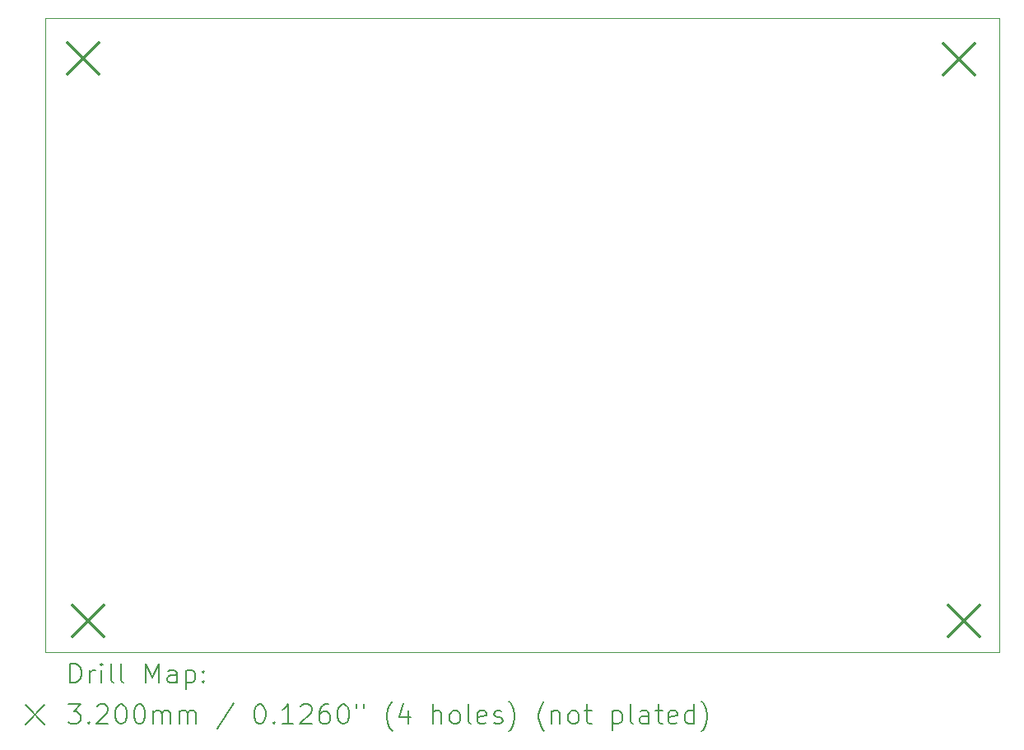
<source format=gbr>
%TF.GenerationSoftware,KiCad,Pcbnew,8.0.8*%
%TF.CreationDate,2025-08-26T11:44:20+12:00*%
%TF.ProjectId,esfgrid_ckt_Multi,65736667-7269-4645-9f63-6b745f4d756c,rev?*%
%TF.SameCoordinates,Original*%
%TF.FileFunction,Drillmap*%
%TF.FilePolarity,Positive*%
%FSLAX45Y45*%
G04 Gerber Fmt 4.5, Leading zero omitted, Abs format (unit mm)*
G04 Created by KiCad (PCBNEW 8.0.8) date 2025-08-26 11:44:20*
%MOMM*%
%LPD*%
G01*
G04 APERTURE LIST*
%ADD10C,0.050000*%
%ADD11C,0.200000*%
%ADD12C,0.320000*%
G04 APERTURE END LIST*
D10*
X16212296Y-4264999D02*
X26029296Y-4264999D01*
X26029296Y-10800000D01*
X16212296Y-10800000D01*
X16212296Y-4264999D01*
D11*
D12*
X16445760Y-4527000D02*
X16765760Y-4847000D01*
X16765760Y-4527000D02*
X16445760Y-4847000D01*
X16496760Y-10313000D02*
X16816760Y-10633000D01*
X16816760Y-10313000D02*
X16496760Y-10633000D01*
X25455760Y-4530000D02*
X25775760Y-4850000D01*
X25775760Y-4530000D02*
X25455760Y-4850000D01*
X25506760Y-10316000D02*
X25826760Y-10636000D01*
X25826760Y-10316000D02*
X25506760Y-10636000D01*
D11*
X16470573Y-11113984D02*
X16470573Y-10913984D01*
X16470573Y-10913984D02*
X16518192Y-10913984D01*
X16518192Y-10913984D02*
X16546763Y-10923508D01*
X16546763Y-10923508D02*
X16565811Y-10942555D01*
X16565811Y-10942555D02*
X16575335Y-10961603D01*
X16575335Y-10961603D02*
X16584858Y-10999698D01*
X16584858Y-10999698D02*
X16584858Y-11028270D01*
X16584858Y-11028270D02*
X16575335Y-11066365D01*
X16575335Y-11066365D02*
X16565811Y-11085412D01*
X16565811Y-11085412D02*
X16546763Y-11104460D01*
X16546763Y-11104460D02*
X16518192Y-11113984D01*
X16518192Y-11113984D02*
X16470573Y-11113984D01*
X16670573Y-11113984D02*
X16670573Y-10980650D01*
X16670573Y-11018746D02*
X16680097Y-10999698D01*
X16680097Y-10999698D02*
X16689620Y-10990174D01*
X16689620Y-10990174D02*
X16708668Y-10980650D01*
X16708668Y-10980650D02*
X16727716Y-10980650D01*
X16794382Y-11113984D02*
X16794382Y-10980650D01*
X16794382Y-10913984D02*
X16784859Y-10923508D01*
X16784859Y-10923508D02*
X16794382Y-10933031D01*
X16794382Y-10933031D02*
X16803906Y-10923508D01*
X16803906Y-10923508D02*
X16794382Y-10913984D01*
X16794382Y-10913984D02*
X16794382Y-10933031D01*
X16918192Y-11113984D02*
X16899144Y-11104460D01*
X16899144Y-11104460D02*
X16889620Y-11085412D01*
X16889620Y-11085412D02*
X16889620Y-10913984D01*
X17022954Y-11113984D02*
X17003906Y-11104460D01*
X17003906Y-11104460D02*
X16994382Y-11085412D01*
X16994382Y-11085412D02*
X16994382Y-10913984D01*
X17251525Y-11113984D02*
X17251525Y-10913984D01*
X17251525Y-10913984D02*
X17318192Y-11056841D01*
X17318192Y-11056841D02*
X17384859Y-10913984D01*
X17384859Y-10913984D02*
X17384859Y-11113984D01*
X17565811Y-11113984D02*
X17565811Y-11009222D01*
X17565811Y-11009222D02*
X17556287Y-10990174D01*
X17556287Y-10990174D02*
X17537240Y-10980650D01*
X17537240Y-10980650D02*
X17499144Y-10980650D01*
X17499144Y-10980650D02*
X17480097Y-10990174D01*
X17565811Y-11104460D02*
X17546763Y-11113984D01*
X17546763Y-11113984D02*
X17499144Y-11113984D01*
X17499144Y-11113984D02*
X17480097Y-11104460D01*
X17480097Y-11104460D02*
X17470573Y-11085412D01*
X17470573Y-11085412D02*
X17470573Y-11066365D01*
X17470573Y-11066365D02*
X17480097Y-11047317D01*
X17480097Y-11047317D02*
X17499144Y-11037793D01*
X17499144Y-11037793D02*
X17546763Y-11037793D01*
X17546763Y-11037793D02*
X17565811Y-11028270D01*
X17661049Y-10980650D02*
X17661049Y-11180650D01*
X17661049Y-10990174D02*
X17680097Y-10980650D01*
X17680097Y-10980650D02*
X17718192Y-10980650D01*
X17718192Y-10980650D02*
X17737240Y-10990174D01*
X17737240Y-10990174D02*
X17746763Y-10999698D01*
X17746763Y-10999698D02*
X17756287Y-11018746D01*
X17756287Y-11018746D02*
X17756287Y-11075889D01*
X17756287Y-11075889D02*
X17746763Y-11094936D01*
X17746763Y-11094936D02*
X17737240Y-11104460D01*
X17737240Y-11104460D02*
X17718192Y-11113984D01*
X17718192Y-11113984D02*
X17680097Y-11113984D01*
X17680097Y-11113984D02*
X17661049Y-11104460D01*
X17842001Y-11094936D02*
X17851525Y-11104460D01*
X17851525Y-11104460D02*
X17842001Y-11113984D01*
X17842001Y-11113984D02*
X17832478Y-11104460D01*
X17832478Y-11104460D02*
X17842001Y-11094936D01*
X17842001Y-11094936D02*
X17842001Y-11113984D01*
X17842001Y-10990174D02*
X17851525Y-10999698D01*
X17851525Y-10999698D02*
X17842001Y-11009222D01*
X17842001Y-11009222D02*
X17832478Y-10999698D01*
X17832478Y-10999698D02*
X17842001Y-10990174D01*
X17842001Y-10990174D02*
X17842001Y-11009222D01*
X16009796Y-11342500D02*
X16209796Y-11542500D01*
X16209796Y-11342500D02*
X16009796Y-11542500D01*
X16451525Y-11333984D02*
X16575335Y-11333984D01*
X16575335Y-11333984D02*
X16508668Y-11410174D01*
X16508668Y-11410174D02*
X16537239Y-11410174D01*
X16537239Y-11410174D02*
X16556287Y-11419698D01*
X16556287Y-11419698D02*
X16565811Y-11429222D01*
X16565811Y-11429222D02*
X16575335Y-11448269D01*
X16575335Y-11448269D02*
X16575335Y-11495888D01*
X16575335Y-11495888D02*
X16565811Y-11514936D01*
X16565811Y-11514936D02*
X16556287Y-11524460D01*
X16556287Y-11524460D02*
X16537239Y-11533984D01*
X16537239Y-11533984D02*
X16480097Y-11533984D01*
X16480097Y-11533984D02*
X16461049Y-11524460D01*
X16461049Y-11524460D02*
X16451525Y-11514936D01*
X16661049Y-11514936D02*
X16670573Y-11524460D01*
X16670573Y-11524460D02*
X16661049Y-11533984D01*
X16661049Y-11533984D02*
X16651525Y-11524460D01*
X16651525Y-11524460D02*
X16661049Y-11514936D01*
X16661049Y-11514936D02*
X16661049Y-11533984D01*
X16746763Y-11353031D02*
X16756287Y-11343508D01*
X16756287Y-11343508D02*
X16775335Y-11333984D01*
X16775335Y-11333984D02*
X16822954Y-11333984D01*
X16822954Y-11333984D02*
X16842001Y-11343508D01*
X16842001Y-11343508D02*
X16851525Y-11353031D01*
X16851525Y-11353031D02*
X16861049Y-11372079D01*
X16861049Y-11372079D02*
X16861049Y-11391127D01*
X16861049Y-11391127D02*
X16851525Y-11419698D01*
X16851525Y-11419698D02*
X16737239Y-11533984D01*
X16737239Y-11533984D02*
X16861049Y-11533984D01*
X16984859Y-11333984D02*
X17003906Y-11333984D01*
X17003906Y-11333984D02*
X17022954Y-11343508D01*
X17022954Y-11343508D02*
X17032478Y-11353031D01*
X17032478Y-11353031D02*
X17042001Y-11372079D01*
X17042001Y-11372079D02*
X17051525Y-11410174D01*
X17051525Y-11410174D02*
X17051525Y-11457793D01*
X17051525Y-11457793D02*
X17042001Y-11495888D01*
X17042001Y-11495888D02*
X17032478Y-11514936D01*
X17032478Y-11514936D02*
X17022954Y-11524460D01*
X17022954Y-11524460D02*
X17003906Y-11533984D01*
X17003906Y-11533984D02*
X16984859Y-11533984D01*
X16984859Y-11533984D02*
X16965811Y-11524460D01*
X16965811Y-11524460D02*
X16956287Y-11514936D01*
X16956287Y-11514936D02*
X16946763Y-11495888D01*
X16946763Y-11495888D02*
X16937240Y-11457793D01*
X16937240Y-11457793D02*
X16937240Y-11410174D01*
X16937240Y-11410174D02*
X16946763Y-11372079D01*
X16946763Y-11372079D02*
X16956287Y-11353031D01*
X16956287Y-11353031D02*
X16965811Y-11343508D01*
X16965811Y-11343508D02*
X16984859Y-11333984D01*
X17175335Y-11333984D02*
X17194382Y-11333984D01*
X17194382Y-11333984D02*
X17213430Y-11343508D01*
X17213430Y-11343508D02*
X17222954Y-11353031D01*
X17222954Y-11353031D02*
X17232478Y-11372079D01*
X17232478Y-11372079D02*
X17242001Y-11410174D01*
X17242001Y-11410174D02*
X17242001Y-11457793D01*
X17242001Y-11457793D02*
X17232478Y-11495888D01*
X17232478Y-11495888D02*
X17222954Y-11514936D01*
X17222954Y-11514936D02*
X17213430Y-11524460D01*
X17213430Y-11524460D02*
X17194382Y-11533984D01*
X17194382Y-11533984D02*
X17175335Y-11533984D01*
X17175335Y-11533984D02*
X17156287Y-11524460D01*
X17156287Y-11524460D02*
X17146763Y-11514936D01*
X17146763Y-11514936D02*
X17137240Y-11495888D01*
X17137240Y-11495888D02*
X17127716Y-11457793D01*
X17127716Y-11457793D02*
X17127716Y-11410174D01*
X17127716Y-11410174D02*
X17137240Y-11372079D01*
X17137240Y-11372079D02*
X17146763Y-11353031D01*
X17146763Y-11353031D02*
X17156287Y-11343508D01*
X17156287Y-11343508D02*
X17175335Y-11333984D01*
X17327716Y-11533984D02*
X17327716Y-11400650D01*
X17327716Y-11419698D02*
X17337240Y-11410174D01*
X17337240Y-11410174D02*
X17356287Y-11400650D01*
X17356287Y-11400650D02*
X17384859Y-11400650D01*
X17384859Y-11400650D02*
X17403906Y-11410174D01*
X17403906Y-11410174D02*
X17413430Y-11429222D01*
X17413430Y-11429222D02*
X17413430Y-11533984D01*
X17413430Y-11429222D02*
X17422954Y-11410174D01*
X17422954Y-11410174D02*
X17442001Y-11400650D01*
X17442001Y-11400650D02*
X17470573Y-11400650D01*
X17470573Y-11400650D02*
X17489621Y-11410174D01*
X17489621Y-11410174D02*
X17499144Y-11429222D01*
X17499144Y-11429222D02*
X17499144Y-11533984D01*
X17594382Y-11533984D02*
X17594382Y-11400650D01*
X17594382Y-11419698D02*
X17603906Y-11410174D01*
X17603906Y-11410174D02*
X17622954Y-11400650D01*
X17622954Y-11400650D02*
X17651525Y-11400650D01*
X17651525Y-11400650D02*
X17670573Y-11410174D01*
X17670573Y-11410174D02*
X17680097Y-11429222D01*
X17680097Y-11429222D02*
X17680097Y-11533984D01*
X17680097Y-11429222D02*
X17689621Y-11410174D01*
X17689621Y-11410174D02*
X17708668Y-11400650D01*
X17708668Y-11400650D02*
X17737240Y-11400650D01*
X17737240Y-11400650D02*
X17756287Y-11410174D01*
X17756287Y-11410174D02*
X17765811Y-11429222D01*
X17765811Y-11429222D02*
X17765811Y-11533984D01*
X18156287Y-11324460D02*
X17984859Y-11581603D01*
X18413430Y-11333984D02*
X18432478Y-11333984D01*
X18432478Y-11333984D02*
X18451525Y-11343508D01*
X18451525Y-11343508D02*
X18461049Y-11353031D01*
X18461049Y-11353031D02*
X18470573Y-11372079D01*
X18470573Y-11372079D02*
X18480097Y-11410174D01*
X18480097Y-11410174D02*
X18480097Y-11457793D01*
X18480097Y-11457793D02*
X18470573Y-11495888D01*
X18470573Y-11495888D02*
X18461049Y-11514936D01*
X18461049Y-11514936D02*
X18451525Y-11524460D01*
X18451525Y-11524460D02*
X18432478Y-11533984D01*
X18432478Y-11533984D02*
X18413430Y-11533984D01*
X18413430Y-11533984D02*
X18394383Y-11524460D01*
X18394383Y-11524460D02*
X18384859Y-11514936D01*
X18384859Y-11514936D02*
X18375335Y-11495888D01*
X18375335Y-11495888D02*
X18365811Y-11457793D01*
X18365811Y-11457793D02*
X18365811Y-11410174D01*
X18365811Y-11410174D02*
X18375335Y-11372079D01*
X18375335Y-11372079D02*
X18384859Y-11353031D01*
X18384859Y-11353031D02*
X18394383Y-11343508D01*
X18394383Y-11343508D02*
X18413430Y-11333984D01*
X18565811Y-11514936D02*
X18575335Y-11524460D01*
X18575335Y-11524460D02*
X18565811Y-11533984D01*
X18565811Y-11533984D02*
X18556287Y-11524460D01*
X18556287Y-11524460D02*
X18565811Y-11514936D01*
X18565811Y-11514936D02*
X18565811Y-11533984D01*
X18765811Y-11533984D02*
X18651525Y-11533984D01*
X18708668Y-11533984D02*
X18708668Y-11333984D01*
X18708668Y-11333984D02*
X18689621Y-11362555D01*
X18689621Y-11362555D02*
X18670573Y-11381603D01*
X18670573Y-11381603D02*
X18651525Y-11391127D01*
X18842002Y-11353031D02*
X18851525Y-11343508D01*
X18851525Y-11343508D02*
X18870573Y-11333984D01*
X18870573Y-11333984D02*
X18918192Y-11333984D01*
X18918192Y-11333984D02*
X18937240Y-11343508D01*
X18937240Y-11343508D02*
X18946764Y-11353031D01*
X18946764Y-11353031D02*
X18956287Y-11372079D01*
X18956287Y-11372079D02*
X18956287Y-11391127D01*
X18956287Y-11391127D02*
X18946764Y-11419698D01*
X18946764Y-11419698D02*
X18832478Y-11533984D01*
X18832478Y-11533984D02*
X18956287Y-11533984D01*
X19127716Y-11333984D02*
X19089621Y-11333984D01*
X19089621Y-11333984D02*
X19070573Y-11343508D01*
X19070573Y-11343508D02*
X19061049Y-11353031D01*
X19061049Y-11353031D02*
X19042002Y-11381603D01*
X19042002Y-11381603D02*
X19032478Y-11419698D01*
X19032478Y-11419698D02*
X19032478Y-11495888D01*
X19032478Y-11495888D02*
X19042002Y-11514936D01*
X19042002Y-11514936D02*
X19051525Y-11524460D01*
X19051525Y-11524460D02*
X19070573Y-11533984D01*
X19070573Y-11533984D02*
X19108668Y-11533984D01*
X19108668Y-11533984D02*
X19127716Y-11524460D01*
X19127716Y-11524460D02*
X19137240Y-11514936D01*
X19137240Y-11514936D02*
X19146764Y-11495888D01*
X19146764Y-11495888D02*
X19146764Y-11448269D01*
X19146764Y-11448269D02*
X19137240Y-11429222D01*
X19137240Y-11429222D02*
X19127716Y-11419698D01*
X19127716Y-11419698D02*
X19108668Y-11410174D01*
X19108668Y-11410174D02*
X19070573Y-11410174D01*
X19070573Y-11410174D02*
X19051525Y-11419698D01*
X19051525Y-11419698D02*
X19042002Y-11429222D01*
X19042002Y-11429222D02*
X19032478Y-11448269D01*
X19270573Y-11333984D02*
X19289621Y-11333984D01*
X19289621Y-11333984D02*
X19308668Y-11343508D01*
X19308668Y-11343508D02*
X19318192Y-11353031D01*
X19318192Y-11353031D02*
X19327716Y-11372079D01*
X19327716Y-11372079D02*
X19337240Y-11410174D01*
X19337240Y-11410174D02*
X19337240Y-11457793D01*
X19337240Y-11457793D02*
X19327716Y-11495888D01*
X19327716Y-11495888D02*
X19318192Y-11514936D01*
X19318192Y-11514936D02*
X19308668Y-11524460D01*
X19308668Y-11524460D02*
X19289621Y-11533984D01*
X19289621Y-11533984D02*
X19270573Y-11533984D01*
X19270573Y-11533984D02*
X19251525Y-11524460D01*
X19251525Y-11524460D02*
X19242002Y-11514936D01*
X19242002Y-11514936D02*
X19232478Y-11495888D01*
X19232478Y-11495888D02*
X19222954Y-11457793D01*
X19222954Y-11457793D02*
X19222954Y-11410174D01*
X19222954Y-11410174D02*
X19232478Y-11372079D01*
X19232478Y-11372079D02*
X19242002Y-11353031D01*
X19242002Y-11353031D02*
X19251525Y-11343508D01*
X19251525Y-11343508D02*
X19270573Y-11333984D01*
X19413430Y-11333984D02*
X19413430Y-11372079D01*
X19489621Y-11333984D02*
X19489621Y-11372079D01*
X19784859Y-11610174D02*
X19775335Y-11600650D01*
X19775335Y-11600650D02*
X19756287Y-11572079D01*
X19756287Y-11572079D02*
X19746764Y-11553031D01*
X19746764Y-11553031D02*
X19737240Y-11524460D01*
X19737240Y-11524460D02*
X19727716Y-11476841D01*
X19727716Y-11476841D02*
X19727716Y-11438746D01*
X19727716Y-11438746D02*
X19737240Y-11391127D01*
X19737240Y-11391127D02*
X19746764Y-11362555D01*
X19746764Y-11362555D02*
X19756287Y-11343508D01*
X19756287Y-11343508D02*
X19775335Y-11314936D01*
X19775335Y-11314936D02*
X19784859Y-11305412D01*
X19946764Y-11400650D02*
X19946764Y-11533984D01*
X19899145Y-11324460D02*
X19851526Y-11467317D01*
X19851526Y-11467317D02*
X19975335Y-11467317D01*
X20203907Y-11533984D02*
X20203907Y-11333984D01*
X20289621Y-11533984D02*
X20289621Y-11429222D01*
X20289621Y-11429222D02*
X20280097Y-11410174D01*
X20280097Y-11410174D02*
X20261049Y-11400650D01*
X20261049Y-11400650D02*
X20232478Y-11400650D01*
X20232478Y-11400650D02*
X20213430Y-11410174D01*
X20213430Y-11410174D02*
X20203907Y-11419698D01*
X20413430Y-11533984D02*
X20394383Y-11524460D01*
X20394383Y-11524460D02*
X20384859Y-11514936D01*
X20384859Y-11514936D02*
X20375335Y-11495888D01*
X20375335Y-11495888D02*
X20375335Y-11438746D01*
X20375335Y-11438746D02*
X20384859Y-11419698D01*
X20384859Y-11419698D02*
X20394383Y-11410174D01*
X20394383Y-11410174D02*
X20413430Y-11400650D01*
X20413430Y-11400650D02*
X20442002Y-11400650D01*
X20442002Y-11400650D02*
X20461049Y-11410174D01*
X20461049Y-11410174D02*
X20470573Y-11419698D01*
X20470573Y-11419698D02*
X20480097Y-11438746D01*
X20480097Y-11438746D02*
X20480097Y-11495888D01*
X20480097Y-11495888D02*
X20470573Y-11514936D01*
X20470573Y-11514936D02*
X20461049Y-11524460D01*
X20461049Y-11524460D02*
X20442002Y-11533984D01*
X20442002Y-11533984D02*
X20413430Y-11533984D01*
X20594383Y-11533984D02*
X20575335Y-11524460D01*
X20575335Y-11524460D02*
X20565811Y-11505412D01*
X20565811Y-11505412D02*
X20565811Y-11333984D01*
X20746764Y-11524460D02*
X20727716Y-11533984D01*
X20727716Y-11533984D02*
X20689621Y-11533984D01*
X20689621Y-11533984D02*
X20670573Y-11524460D01*
X20670573Y-11524460D02*
X20661049Y-11505412D01*
X20661049Y-11505412D02*
X20661049Y-11429222D01*
X20661049Y-11429222D02*
X20670573Y-11410174D01*
X20670573Y-11410174D02*
X20689621Y-11400650D01*
X20689621Y-11400650D02*
X20727716Y-11400650D01*
X20727716Y-11400650D02*
X20746764Y-11410174D01*
X20746764Y-11410174D02*
X20756288Y-11429222D01*
X20756288Y-11429222D02*
X20756288Y-11448269D01*
X20756288Y-11448269D02*
X20661049Y-11467317D01*
X20832478Y-11524460D02*
X20851526Y-11533984D01*
X20851526Y-11533984D02*
X20889621Y-11533984D01*
X20889621Y-11533984D02*
X20908669Y-11524460D01*
X20908669Y-11524460D02*
X20918192Y-11505412D01*
X20918192Y-11505412D02*
X20918192Y-11495888D01*
X20918192Y-11495888D02*
X20908669Y-11476841D01*
X20908669Y-11476841D02*
X20889621Y-11467317D01*
X20889621Y-11467317D02*
X20861049Y-11467317D01*
X20861049Y-11467317D02*
X20842002Y-11457793D01*
X20842002Y-11457793D02*
X20832478Y-11438746D01*
X20832478Y-11438746D02*
X20832478Y-11429222D01*
X20832478Y-11429222D02*
X20842002Y-11410174D01*
X20842002Y-11410174D02*
X20861049Y-11400650D01*
X20861049Y-11400650D02*
X20889621Y-11400650D01*
X20889621Y-11400650D02*
X20908669Y-11410174D01*
X20984859Y-11610174D02*
X20994383Y-11600650D01*
X20994383Y-11600650D02*
X21013430Y-11572079D01*
X21013430Y-11572079D02*
X21022954Y-11553031D01*
X21022954Y-11553031D02*
X21032478Y-11524460D01*
X21032478Y-11524460D02*
X21042002Y-11476841D01*
X21042002Y-11476841D02*
X21042002Y-11438746D01*
X21042002Y-11438746D02*
X21032478Y-11391127D01*
X21032478Y-11391127D02*
X21022954Y-11362555D01*
X21022954Y-11362555D02*
X21013430Y-11343508D01*
X21013430Y-11343508D02*
X20994383Y-11314936D01*
X20994383Y-11314936D02*
X20984859Y-11305412D01*
X21346764Y-11610174D02*
X21337240Y-11600650D01*
X21337240Y-11600650D02*
X21318192Y-11572079D01*
X21318192Y-11572079D02*
X21308669Y-11553031D01*
X21308669Y-11553031D02*
X21299145Y-11524460D01*
X21299145Y-11524460D02*
X21289621Y-11476841D01*
X21289621Y-11476841D02*
X21289621Y-11438746D01*
X21289621Y-11438746D02*
X21299145Y-11391127D01*
X21299145Y-11391127D02*
X21308669Y-11362555D01*
X21308669Y-11362555D02*
X21318192Y-11343508D01*
X21318192Y-11343508D02*
X21337240Y-11314936D01*
X21337240Y-11314936D02*
X21346764Y-11305412D01*
X21422954Y-11400650D02*
X21422954Y-11533984D01*
X21422954Y-11419698D02*
X21432478Y-11410174D01*
X21432478Y-11410174D02*
X21451526Y-11400650D01*
X21451526Y-11400650D02*
X21480097Y-11400650D01*
X21480097Y-11400650D02*
X21499145Y-11410174D01*
X21499145Y-11410174D02*
X21508669Y-11429222D01*
X21508669Y-11429222D02*
X21508669Y-11533984D01*
X21632478Y-11533984D02*
X21613430Y-11524460D01*
X21613430Y-11524460D02*
X21603907Y-11514936D01*
X21603907Y-11514936D02*
X21594383Y-11495888D01*
X21594383Y-11495888D02*
X21594383Y-11438746D01*
X21594383Y-11438746D02*
X21603907Y-11419698D01*
X21603907Y-11419698D02*
X21613430Y-11410174D01*
X21613430Y-11410174D02*
X21632478Y-11400650D01*
X21632478Y-11400650D02*
X21661050Y-11400650D01*
X21661050Y-11400650D02*
X21680097Y-11410174D01*
X21680097Y-11410174D02*
X21689621Y-11419698D01*
X21689621Y-11419698D02*
X21699145Y-11438746D01*
X21699145Y-11438746D02*
X21699145Y-11495888D01*
X21699145Y-11495888D02*
X21689621Y-11514936D01*
X21689621Y-11514936D02*
X21680097Y-11524460D01*
X21680097Y-11524460D02*
X21661050Y-11533984D01*
X21661050Y-11533984D02*
X21632478Y-11533984D01*
X21756288Y-11400650D02*
X21832478Y-11400650D01*
X21784859Y-11333984D02*
X21784859Y-11505412D01*
X21784859Y-11505412D02*
X21794383Y-11524460D01*
X21794383Y-11524460D02*
X21813430Y-11533984D01*
X21813430Y-11533984D02*
X21832478Y-11533984D01*
X22051526Y-11400650D02*
X22051526Y-11600650D01*
X22051526Y-11410174D02*
X22070573Y-11400650D01*
X22070573Y-11400650D02*
X22108669Y-11400650D01*
X22108669Y-11400650D02*
X22127716Y-11410174D01*
X22127716Y-11410174D02*
X22137240Y-11419698D01*
X22137240Y-11419698D02*
X22146764Y-11438746D01*
X22146764Y-11438746D02*
X22146764Y-11495888D01*
X22146764Y-11495888D02*
X22137240Y-11514936D01*
X22137240Y-11514936D02*
X22127716Y-11524460D01*
X22127716Y-11524460D02*
X22108669Y-11533984D01*
X22108669Y-11533984D02*
X22070573Y-11533984D01*
X22070573Y-11533984D02*
X22051526Y-11524460D01*
X22261050Y-11533984D02*
X22242002Y-11524460D01*
X22242002Y-11524460D02*
X22232478Y-11505412D01*
X22232478Y-11505412D02*
X22232478Y-11333984D01*
X22422954Y-11533984D02*
X22422954Y-11429222D01*
X22422954Y-11429222D02*
X22413430Y-11410174D01*
X22413430Y-11410174D02*
X22394383Y-11400650D01*
X22394383Y-11400650D02*
X22356288Y-11400650D01*
X22356288Y-11400650D02*
X22337240Y-11410174D01*
X22422954Y-11524460D02*
X22403907Y-11533984D01*
X22403907Y-11533984D02*
X22356288Y-11533984D01*
X22356288Y-11533984D02*
X22337240Y-11524460D01*
X22337240Y-11524460D02*
X22327716Y-11505412D01*
X22327716Y-11505412D02*
X22327716Y-11486365D01*
X22327716Y-11486365D02*
X22337240Y-11467317D01*
X22337240Y-11467317D02*
X22356288Y-11457793D01*
X22356288Y-11457793D02*
X22403907Y-11457793D01*
X22403907Y-11457793D02*
X22422954Y-11448269D01*
X22489621Y-11400650D02*
X22565811Y-11400650D01*
X22518192Y-11333984D02*
X22518192Y-11505412D01*
X22518192Y-11505412D02*
X22527716Y-11524460D01*
X22527716Y-11524460D02*
X22546764Y-11533984D01*
X22546764Y-11533984D02*
X22565811Y-11533984D01*
X22708669Y-11524460D02*
X22689621Y-11533984D01*
X22689621Y-11533984D02*
X22651526Y-11533984D01*
X22651526Y-11533984D02*
X22632478Y-11524460D01*
X22632478Y-11524460D02*
X22622954Y-11505412D01*
X22622954Y-11505412D02*
X22622954Y-11429222D01*
X22622954Y-11429222D02*
X22632478Y-11410174D01*
X22632478Y-11410174D02*
X22651526Y-11400650D01*
X22651526Y-11400650D02*
X22689621Y-11400650D01*
X22689621Y-11400650D02*
X22708669Y-11410174D01*
X22708669Y-11410174D02*
X22718192Y-11429222D01*
X22718192Y-11429222D02*
X22718192Y-11448269D01*
X22718192Y-11448269D02*
X22622954Y-11467317D01*
X22889621Y-11533984D02*
X22889621Y-11333984D01*
X22889621Y-11524460D02*
X22870573Y-11533984D01*
X22870573Y-11533984D02*
X22832478Y-11533984D01*
X22832478Y-11533984D02*
X22813430Y-11524460D01*
X22813430Y-11524460D02*
X22803907Y-11514936D01*
X22803907Y-11514936D02*
X22794383Y-11495888D01*
X22794383Y-11495888D02*
X22794383Y-11438746D01*
X22794383Y-11438746D02*
X22803907Y-11419698D01*
X22803907Y-11419698D02*
X22813430Y-11410174D01*
X22813430Y-11410174D02*
X22832478Y-11400650D01*
X22832478Y-11400650D02*
X22870573Y-11400650D01*
X22870573Y-11400650D02*
X22889621Y-11410174D01*
X22965811Y-11610174D02*
X22975335Y-11600650D01*
X22975335Y-11600650D02*
X22994383Y-11572079D01*
X22994383Y-11572079D02*
X23003907Y-11553031D01*
X23003907Y-11553031D02*
X23013430Y-11524460D01*
X23013430Y-11524460D02*
X23022954Y-11476841D01*
X23022954Y-11476841D02*
X23022954Y-11438746D01*
X23022954Y-11438746D02*
X23013430Y-11391127D01*
X23013430Y-11391127D02*
X23003907Y-11362555D01*
X23003907Y-11362555D02*
X22994383Y-11343508D01*
X22994383Y-11343508D02*
X22975335Y-11314936D01*
X22975335Y-11314936D02*
X22965811Y-11305412D01*
M02*

</source>
